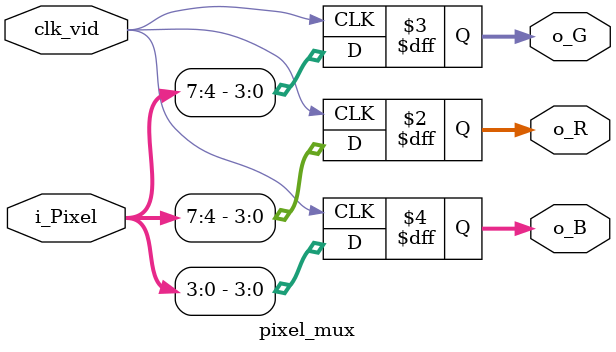
<source format=sv>

module pixel_mux
(
	input            clk_vid,
	input      [7:0] i_Pixel,

	output reg [3:0] o_R,
	output reg [3:0] o_G,
	output reg [3:0] o_B
);


always @(posedge clk_vid) begin

	{o_R, o_G, o_B} <= {i_Pixel[7:4],i_Pixel[7:4],i_Pixel[3:0]};

//		case(mix)
//			0,
//			1: {R_out, G_out, B_out} <= {R_in,     G_in,     B_in      }; // color
//			2: {       G_out       } <= {          px[15:8]            }; // green
//			3: {R_out, G_out       } <= {px[15:8], px[15:8] - px[15:10]}; // amber
//			4: {       G_out, B_out} <= {          px[15:8], px[15:8]  }; // cyan
//			5: {R_out, G_out, B_out} <= {px[15:8], px[15:8], px[15:8]  }; // gray
//		endcase
//
//		HSync_out  <= HSync_in;
//		VSync_out  <= VSync_in;
//		HBlank_out <= HBlank_in;
//		VBlank_out <= VBlank_in;

end

endmodule
</source>
